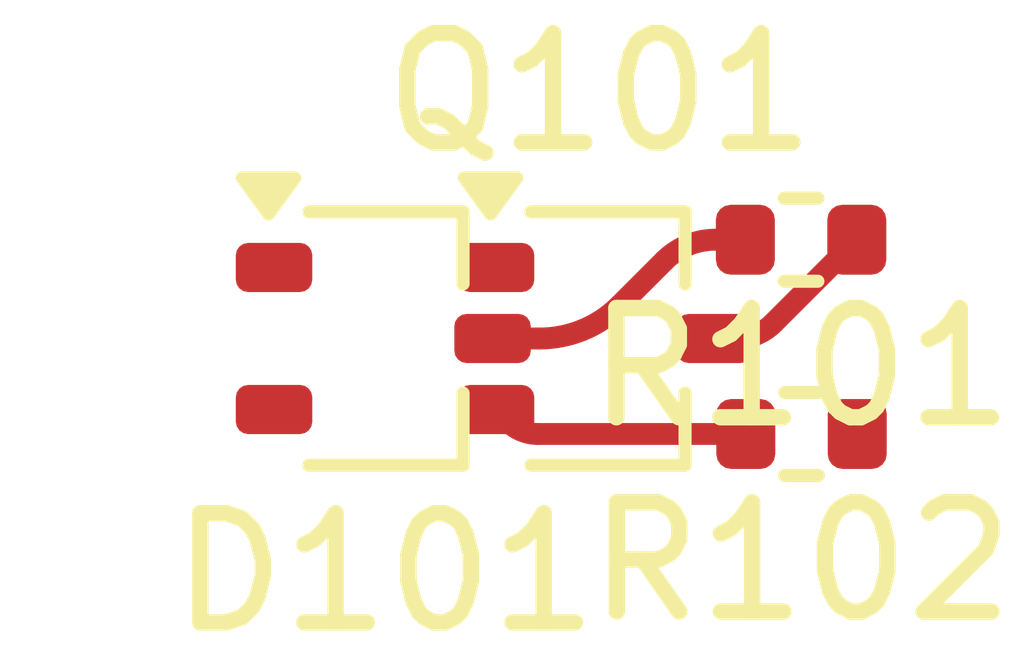
<source format=kicad_pcb>
(kicad_pcb (version 20240108) (generator "pcbnew") (generator_version "8.0")
  (layers (0 "F.Cu" signal) (31 "B.Cu" signal) (34 "B.Paste" user) (35 "F.Paste" user) (36 "B.SilkS" user "B.Silkscreen") (37 "F.SilkS" user "F.Silkscreen") (38 "B.Mask" user) (39 "F.Mask" user) (44 "Edge.Cuts" user))
  (net 0 "")
  (net 1 "/DCC+")
  (net 2 "/DCC+_DROP")
  (net 3 "/DCC_ACK")
  (net 4 "/DCC_ACK_IN")
  (net 5 "/DCC0")
  (net 6 "/DCC1")
  (net 7 "/GND")
  (footprint "Resistor_SMD:R_0402_1005Metric" (layer "F.Cu") (at 110.746 68.072 180)
    (property "Reference" "R102" (at 0 -1.17 0) (layer "F.SilkS"))
    (property "Value" "10k")
    (fp_line (start -0.153641 0.38) (end 0.153641 0.38) (stroke (width 0.12)) (layer "F.SilkS"))
    (fp_line (start -0.153641 -0.38) (end 0.153641 -0.38) (stroke (width 0.12)) (layer "F.SilkS"))
    (pad "1" smd roundrect (at -0.509999 0 180) (size 0.54 0.64) (layers "F.Cu" "F.Paste" "F.Mask") (net 3 "/DCC_ACK"))
    (pad "2" smd roundrect (at 0.509999 0 180) (size 0.54 0.64) (layers "F.Cu" "F.Paste" "F.Mask") (net 4 "/DCC_ACK_IN"))
  )
  (footprint "Resistor_SMD:R_0402_1005Metric" (layer "F.Cu") (at 110.742 66.294 180)
    (property "Reference" "R101" (at 0 -1.17 0) (layer "F.SilkS"))
    (property "Value" "100R")
    (fp_line (start -0.153641 0.38) (end 0.153641 0.38) (stroke (width 0.12)) (layer "F.SilkS"))
    (fp_line (start -0.153641 -0.38) (end 0.153641 -0.38) (stroke (width 0.12)) (layer "F.SilkS"))
    (pad "1" smd roundrect (at -0.509999 0 180) (size 0.54 0.64) (layers "F.Cu" "F.Paste" "F.Mask") (net 2 "/DCC+_DROP"))
    (pad "2" smd roundrect (at 0.509999 0 180) (size 0.54 0.64) (layers "F.Cu" "F.Paste" "F.Mask") (net 1 "/DCC+"))
  )
  (footprint "Package_TO_SOT_SMD:SOT-323_SC-70" (layer "F.Cu") (at 108.95 67.198)
    (property "Reference" "Q101" (at -0.05 -2.25 0) (layer "F.SilkS"))
    (property "Value" "BSS138W")
    (fp_line (start -0.68 -1.16) (end 0.73 -1.16) (stroke (width 0.12)) (layer "F.SilkS"))
    (fp_line (start -0.68 1.16) (end 0.73 1.16) (stroke (width 0.12)) (layer "F.SilkS"))
    (fp_line (start 0.73 -1.16) (end 0.73 -0.5) (stroke (width 0.12)) (layer "F.SilkS"))
    (fp_line (start 0.73 0.5) (end 0.73 1.16) (stroke (width 0.12)) (layer "F.SilkS"))
    (fp_poly (pts (xy -1.05 -1.14) (xy -1.29 -1.47) (xy -0.81 -1.47) (xy -1.05 -1.14)) (stroke (width 0.12)) (fill solid) (layer "F.SilkS"))
    (pad "1" smd roundrect (at -1 -0.65 270) (size 0.45 0.7) (layers "F.Cu" "F.Paste" "F.Mask") (net 7 "/GND"))
    (pad "2" smd roundrect (at -1 0.65 270) (size 0.45 0.7) (layers "F.Cu" "F.Paste" "F.Mask") (net 4 "/DCC_ACK_IN"))
    (pad "3" smd roundrect (at 1 0 270) (size 0.45 0.7) (layers "F.Cu" "F.Paste" "F.Mask") (net 2 "/DCC+_DROP"))
  )
  (footprint "Package_TO_SOT_SMD:SOT-323_SC-70" (layer "F.Cu") (at 106.918 67.198)
    (property "Reference" "D101" (at 0.016 2.144 0) (layer "F.SilkS"))
    (property "Value" "BAT54CW")
    (fp_line (start -0.68 -1.16) (end 0.73 -1.16) (stroke (width 0.12)) (layer "F.SilkS"))
    (fp_line (start -0.68 1.16) (end 0.73 1.16) (stroke (width 0.12)) (layer "F.SilkS"))
    (fp_line (start 0.73 -1.16) (end 0.73 -0.5) (stroke (width 0.12)) (layer "F.SilkS"))
    (fp_line (start 0.73 0.5) (end 0.73 1.16) (stroke (width 0.12)) (layer "F.SilkS"))
    (fp_poly (pts (xy -1.05 -1.14) (xy -1.29 -1.47) (xy -0.81 -1.47) (xy -1.05 -1.14)) (stroke (width 0.12)) (fill solid) (layer "F.SilkS"))
    (pad "1" smd roundrect (at -1 -0.65 270) (size 0.45 0.7) (layers "F.Cu" "F.Paste" "F.Mask") (net 5 "/DCC0"))
    (pad "2" smd roundrect (at -1 0.65 270) (size 0.45 0.7) (layers "F.Cu" "F.Paste" "F.Mask") (net 6 "/DCC1"))
    (pad "3" smd roundrect (at 1 0 270) (size 0.45 0.7) (layers "F.Cu" "F.Paste" "F.Mask") (net 1 "/DCC+"))
  )
  (segment (start 109.488628 66.488171) (end 109.083138 66.893661) (width 0.2) (layer "F.Cu") (net 1))
  (segment (start 109.9574 66.294) (end 110.232 66.294) (width 0.2) (layer "F.Cu") (net 1))
  (segment (start 108.3484 67.198) (end 107.918 67.198) (width 0.2) (layer "F.Cu") (net 1))
  (arc (start 109.083138 66.893661) (mid 108.746037 67.118904) (end 108.3484 67.198) (width 0.2) (layer "F.Cu") (net 1))
  (arc (start 109.9574 66.294) (mid 109.703702 66.344463) (end 109.488628 66.488171) (width 0.2) (layer "F.Cu") (net 1))
  (segment (start 110.149 67.198) (end 109.95 67.198) (width 0.2) (layer "F.Cu") (net 2))
  (segment (start 110.488714 67.057285) (end 111.252 66.294) (width 0.2) (layer "F.Cu") (net 2))
  (arc (start 110.488714 67.057285) (mid 110.332851 67.161429) (end 110.149 67.198) (width 0.2) (layer "F.Cu") (net 2))
  (segment (start 108.332391 68.072) (end 110.236 68.072) (width 0.2) (layer "F.Cu") (net 4))
  (segment (start 108.062 67.96) (end 107.95 67.848) (width 0.2) (layer "F.Cu") (net 4))
  (arc (start 108.062 67.96) (mid 108.186056 68.042892) (end 108.332391 68.072) (width 0.2) (layer "F.Cu") (net 4))
)
</source>
